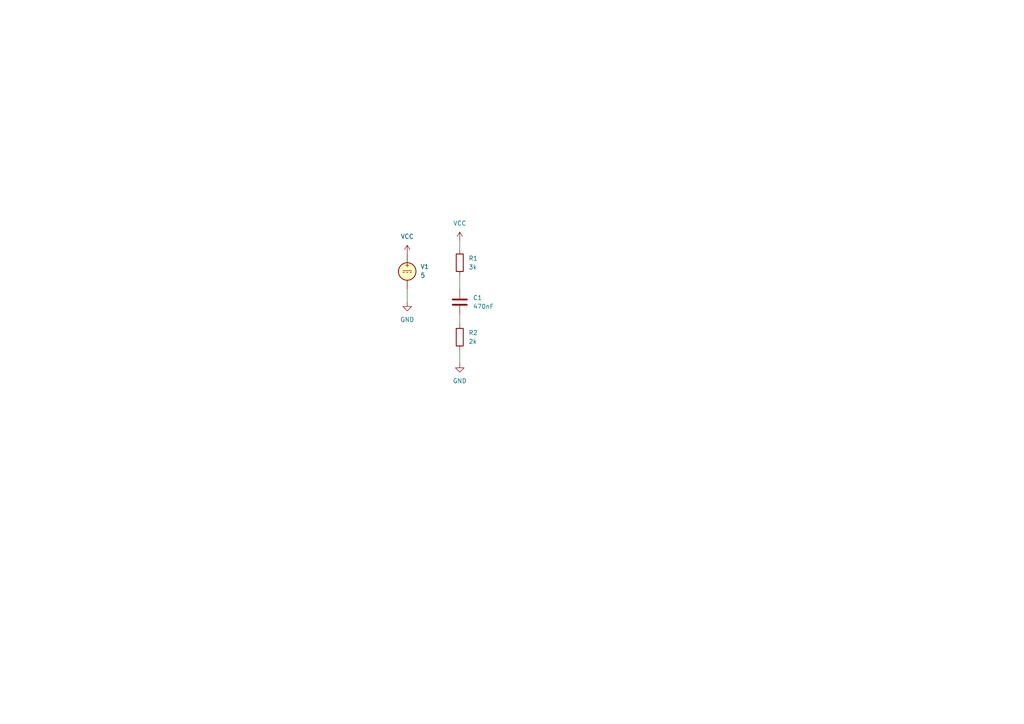
<source format=kicad_sch>
(kicad_sch (version 20231120) (generator "eeschema") (generator_version "8.0")
  (paper "A4")
  (lib_symbols
    (symbol "Device:C" (pin_numbers hide) (pin_names (offset 0.254))
      (property "Reference" "C" (at 0.635 2.54 0))
      (property "Value" "C" (at 0.635 -2.54 0))
      (symbol "C_0_1"
        (polyline (pts (xy -2.032 -0.762) (xy 2.032 -0.762)) (stroke (width 0.508)))
        (polyline (pts (xy -2.032 0.762) (xy 2.032 0.762)) (stroke (width 0.508)))
      )
      (symbol "C_1_1"
        (pin passive line (at 0 3.81 270) (length 2.794) (name "~") (number "1"))
        (pin passive line (at 0 -3.81 90) (length 2.794) (name "~") (number "2"))
      )
    )
    (symbol "Device:R" (pin_numbers hide) (pin_names (offset 0))
      (property "Reference" "R" (at 2.032 0 90))
      (property "Value" "R" (at 0 0 90))
      (symbol "R_0_1"
        (rectangle (start -1.016 -2.54) (end 1.016 2.54) (stroke (width 0.254)))
      )
      (symbol "R_1_1"
        (pin passive line (at 0 3.81 270) (length 1.27) (name "~") (number "1"))
        (pin passive line (at 0 -3.81 90) (length 1.27) (name "~") (number "2"))
      )
    )
    (symbol "Simulation_SPICE:VDC" (pin_numbers hide) (pin_names (offset 0.0254))
      (property "Reference" "V" (at 2.54 2.54 0))
      (property "Value" "1" (at 2.54 0 0))
      (symbol "VDC_0_0"
        (polyline (pts (xy -1.27 0.254) (xy 1.27 0.254)))
        (polyline (pts (xy -0.762 -0.254) (xy -1.27 -0.254)))
        (polyline (pts (xy 0.254 -0.254) (xy -0.254 -0.254)))
        (polyline (pts (xy 1.27 -0.254) (xy 0.762 -0.254)))
        (text "+" (at 0 1.905 0) (effects (font (size 1.27 1.27))))
      )
      (symbol "VDC_0_1"
        (circle (center 0 0) (radius 2.54) (stroke (width 0.254)) (fill (type background)))
      )
      (symbol "VDC_1_1"
        (pin passive line (at 0 5.08 270) (length 2.54) (name "~") (number "1"))
        (pin passive line (at 0 -5.08 90) (length 2.54) (name "~") (number "2"))
      )
    )
    (symbol "power:GND" (power) (pin_numbers hide) (pin_names (offset 0) hide)
      (property "Value" "GND" (at 0 -3.81 0))
      (symbol "GND_0_1"
        (polyline (pts (xy 0 0) (xy 0 -1.27) (xy 1.27 -1.27) (xy 0 -2.54) (xy -1.27 -1.27) (xy 0 -1.27)))
      )
      (symbol "GND_1_1"
        (pin power_in line (at 0 0 270) (length 0) (name "~") (number "1"))
      )
    )
    (symbol "power:VCC" (power) (pin_numbers hide) (pin_names (offset 0) hide)
      (property "Value" "VCC" (at 0 3.556 0))
      (symbol "VCC_0_1"
        (polyline (pts (xy -0.762 1.27) (xy 0 2.54)))
        (polyline (pts (xy 0 0) (xy 0 2.54)))
        (polyline (pts (xy 0 2.54) (xy 0.762 1.27)))
      )
      (symbol "VCC_1_1"
        (pin power_in line (at 0 0 90) (length 0) (name "~") (number "1"))
      )
    )
  )
  (wire (pts (xy 133.35 91.44) (xy 133.35 93.98)))
  (wire (pts (xy 133.35 101.6) (xy 133.35 105.41)))
  (wire (pts (xy 118.11 83.82) (xy 118.11 87.63)))
  (wire (pts (xy 133.35 80.01) (xy 133.35 83.82)))
  (wire (pts (xy 133.35 69.85) (xy 133.35 72.39)))
  (symbol (lib_id "Device:R") (at 133.35 97.79 0) (unit 1)
    (property "Reference" "R2" (at 135.89 96.5199 0) (effects (justify left)))
    (property "Value" "2k" (at 135.89 99.0599 0) (effects (justify left)))
    (property "Description" "Resistor" (effects (hide yes)))
  )
  (symbol (lib_id "power:VCC") (at 118.11 73.66 0) (unit 1)
    (property "Reference" "#PWR03" (effects (hide yes)))
    (property "Value" "VCC" (at 118.11 68.58 0))
    (property "Description" "Power symbol creates a global label with name \"VCC\"" (effects (hide yes)))
  )
  (symbol (lib_id "Device:R") (at 133.35 76.2 0) (unit 1)
    (property "Reference" "R1" (at 135.89 74.93 0) (effects (justify left)))
    (property "Value" "3k" (at 135.89 77.47 0) (effects (justify left)))
    (property "Description" "Resistor" (effects (hide yes)))
  )
  (symbol (lib_id "power:GND") (at 133.35 105.41 0) (unit 1)
    (property "Reference" "#PWR01" (effects (hide yes)))
    (property "Value" "GND" (at 133.35 110.49 0))
    (property "Description" "Power symbol creates a global label with name \"GND\" , ground" (effects (hide yes)))
  )
  (symbol (lib_id "Simulation_SPICE:VDC") (at 118.11 78.74 0) (unit 1)
    (property "Reference" "V1" (at 121.92 77.3401 0) (effects (justify left)))
    (property "Value" "5" (at 121.92 79.8801 0) (effects (justify left)))
    (property "Datasheet" "https://ngspice.sourceforge.io/docs/ngspice-html-manual/manual.xhtml#sec_Independent_Sources_for" (effects (hide yes)))
    (property "Description" "Voltage source, DC" (effects (hide yes)))
    (property "Sim.Pins" "1=+ 2=-" (effects (hide yes)))
    (property "Sim.Type" "DC" (effects (hide yes)))
    (property "Sim.Device" "V" (effects (hide yes)))
  )
  (symbol (lib_id "power:VCC") (at 133.35 69.85 0) (unit 1)
    (property "Reference" "#PWR02" (effects (hide yes)))
    (property "Value" "VCC" (at 133.35 64.77 0))
    (property "Description" "Power symbol creates a global label with name \"VCC\"" (effects (hide yes)))
  )
  (symbol (lib_id "Device:C") (at 133.35 87.63 0) (unit 1)
    (property "Reference" "C1" (at 137.16 86.36 0) (effects (justify left)))
    (property "Value" "470nF" (at 137.16 88.9 0) (effects (justify left)))
    (property "Description" "Unpolarized capacitor" (effects (hide yes)))
  )
  (symbol (lib_id "power:GND") (at 118.11 87.63 0) (unit 1)
    (property "Reference" "#PWR04" (effects (hide yes)))
    (property "Value" "GND" (at 118.11 92.71 0))
    (property "Description" "Power symbol creates a global label with name \"GND\" , ground" (effects (hide yes)))
  )
)
</source>
